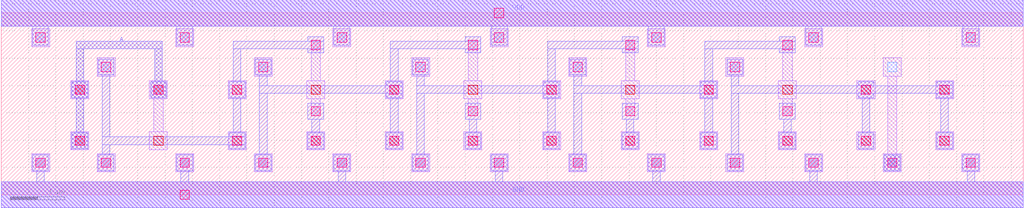
<source format=lef>
MACRO CLKBUF2
 CLASS CORE ;
 FOREIGN CLKBUF2 0 0 ;
 SIZE 18.72 BY 3.33 ;
 ORIGIN 0 0 ;
 SYMMETRY X Y R90 ;
 SITE unit ;
  PIN VDD
   DIRECTION INOUT ;
   USE POWER ;
   SHAPE ABUTMENT ;
    PORT
     CLASS CORE ;
       LAYER li1 ;
        RECT 0.00000000 3.09000000 18.72000000 3.57000000 ;
       LAYER met1 ;
        RECT 0.00000000 3.09000000 18.72000000 3.57000000 ;
    END
  END VDD

  PIN GND
   DIRECTION INOUT ;
   USE POWER ;
   SHAPE ABUTMENT ;
    PORT
     CLASS CORE ;
       LAYER li1 ;
        RECT 0.00000000 -0.24000000 18.72000000 0.24000000 ;
       LAYER met1 ;
        RECT 0.00000000 -0.24000000 18.72000000 0.24000000 ;
    END
  END GND

  PIN Y
   DIRECTION INOUT ;
   USE SIGNAL ;
   SHAPE ABUTMENT ;
    PORT
     CLASS CORE ;
       LAYER met1 ;
        RECT 16.17500000 0.44000000 16.46500000 0.73000000 ;
    END
  END Y

  PIN A
   DIRECTION INOUT ;
   USE SIGNAL ;
   SHAPE ABUTMENT ;
    PORT
     CLASS CORE ;
       LAYER met1 ;
        RECT 1.29500000 0.84500000 1.58500000 1.13500000 ;
        RECT 1.37000000 1.13500000 1.51000000 1.78000000 ;
        RECT 1.29500000 1.78000000 1.58500000 2.07000000 ;
        RECT 2.73500000 1.78000000 3.02500000 2.07000000 ;
        RECT 1.37000000 2.07000000 1.51000000 2.67500000 ;
        RECT 2.81000000 2.07000000 2.95000000 2.67500000 ;
        RECT 1.37000000 2.67500000 2.95000000 2.81500000 ;
    END
  END A

 OBS
    LAYER polycont ;
     RECT 1.35500000 0.90500000 1.52500000 1.07500000 ;
     RECT 2.79500000 0.90500000 2.96500000 1.07500000 ;
     RECT 4.23500000 0.90500000 4.40500000 1.07500000 ;
     RECT 5.67500000 0.90500000 5.84500000 1.07500000 ;
     RECT 7.11500000 0.90500000 7.28500000 1.07500000 ;
     RECT 8.55500000 0.90500000 8.72500000 1.07500000 ;
     RECT 9.99500000 0.90500000 10.16500000 1.07500000 ;
     RECT 11.43500000 0.90500000 11.60500000 1.07500000 ;
     RECT 12.87500000 0.90500000 13.04500000 1.07500000 ;
     RECT 14.31500000 0.90500000 14.48500000 1.07500000 ;
     RECT 15.75500000 0.90500000 15.92500000 1.07500000 ;
     RECT 17.19500000 0.90500000 17.36500000 1.07500000 ;
     RECT 1.35500000 1.84000000 1.52500000 2.01000000 ;
     RECT 2.79500000 1.84000000 2.96500000 2.01000000 ;
     RECT 4.23500000 1.84000000 4.40500000 2.01000000 ;
     RECT 5.67500000 1.84000000 5.84500000 2.01000000 ;
     RECT 7.11500000 1.84000000 7.28500000 2.01000000 ;
     RECT 8.55500000 1.84000000 8.72500000 2.01000000 ;
     RECT 9.99500000 1.84000000 10.16500000 2.01000000 ;
     RECT 11.43500000 1.84000000 11.60500000 2.01000000 ;
     RECT 12.87500000 1.84000000 13.04500000 2.01000000 ;
     RECT 14.31500000 1.84000000 14.48500000 2.01000000 ;
     RECT 15.75500000 1.84000000 15.92500000 2.01000000 ;
     RECT 17.19500000 1.84000000 17.36500000 2.01000000 ;

    LAYER pdiffc ;
     RECT 1.83500000 2.25500000 2.00500000 2.42500000 ;
     RECT 4.71500000 2.25500000 4.88500000 2.42500000 ;
     RECT 7.59500000 2.25500000 7.76500000 2.42500000 ;
     RECT 10.47500000 2.25500000 10.64500000 2.42500000 ;
     RECT 13.35500000 2.25500000 13.52500000 2.42500000 ;
     RECT 16.23500000 2.25500000 16.40500000 2.42500000 ;
     RECT 0.63500000 2.79500000 0.80500000 2.96500000 ;
     RECT 3.27500000 2.79500000 3.44500000 2.96500000 ;
     RECT 6.15500000 2.79500000 6.32500000 2.96500000 ;
     RECT 9.03500000 2.79500000 9.20500000 2.96500000 ;
     RECT 11.91500000 2.79500000 12.08500000 2.96500000 ;
     RECT 14.79500000 2.79500000 14.96500000 2.96500000 ;
     RECT 17.67500000 2.79500000 17.84500000 2.96500000 ;

    LAYER ndiffc ;
     RECT 0.63500000 0.50000000 0.80500000 0.67000000 ;
     RECT 1.83500000 0.50000000 2.00500000 0.67000000 ;
     RECT 3.27500000 0.50000000 3.44500000 0.67000000 ;
     RECT 4.71500000 0.50000000 4.88500000 0.67000000 ;
     RECT 6.15500000 0.50000000 6.32500000 0.67000000 ;
     RECT 7.59500000 0.50000000 7.76500000 0.67000000 ;
     RECT 9.03500000 0.50000000 9.20500000 0.67000000 ;
     RECT 10.47500000 0.50000000 10.64500000 0.67000000 ;
     RECT 11.91500000 0.50000000 12.08500000 0.67000000 ;
     RECT 13.35500000 0.50000000 13.52500000 0.67000000 ;
     RECT 14.79500000 0.50000000 14.96500000 0.67000000 ;
     RECT 16.23500000 0.50000000 16.40500000 0.67000000 ;
     RECT 17.67500000 0.50000000 17.84500000 0.67000000 ;

    LAYER li1 ;
     RECT 0.00000000 -0.24000000 18.72000000 0.24000000 ;
     RECT 0.55500000 0.42000000 0.88500000 0.75000000 ;
     RECT 1.75500000 0.42000000 2.08500000 0.75000000 ;
     RECT 3.19500000 0.42000000 3.52500000 0.75000000 ;
     RECT 4.63500000 0.42000000 4.96500000 0.75000000 ;
     RECT 6.07500000 0.42000000 6.40500000 0.75000000 ;
     RECT 7.51500000 0.42000000 7.84500000 0.75000000 ;
     RECT 8.95500000 0.42000000 9.28500000 0.75000000 ;
     RECT 10.39500000 0.42000000 10.72500000 0.75000000 ;
     RECT 11.83500000 0.42000000 12.16500000 0.75000000 ;
     RECT 13.27500000 0.42000000 13.60500000 0.75000000 ;
     RECT 14.71500000 0.42000000 15.04500000 0.75000000 ;
     RECT 17.59500000 0.42000000 17.92500000 0.75000000 ;
     RECT 1.27500000 0.82500000 1.60500000 1.15500000 ;
     RECT 4.15500000 0.82500000 4.48500000 1.15500000 ;
     RECT 5.59500000 0.82500000 5.92500000 1.15500000 ;
     RECT 7.03500000 0.82500000 7.36500000 1.15500000 ;
     RECT 8.47500000 0.82500000 8.80500000 1.15500000 ;
     RECT 9.91500000 0.82500000 10.24500000 1.15500000 ;
     RECT 11.35500000 0.82500000 11.68500000 1.15500000 ;
     RECT 12.79500000 0.82500000 13.12500000 1.15500000 ;
     RECT 14.23500000 0.82500000 14.56500000 1.15500000 ;
     RECT 15.67500000 0.82500000 16.00500000 1.15500000 ;
     RECT 17.11500000 0.82500000 17.44500000 1.15500000 ;
     RECT 1.27500000 1.76000000 1.60500000 2.09000000 ;
     RECT 2.71500000 0.82500000 3.04500000 1.15500000 ;
     RECT 2.79500000 1.15500000 2.96500000 1.76000000 ;
     RECT 2.71500000 1.76000000 3.04500000 2.09000000 ;
     RECT 4.15500000 1.76000000 4.48500000 2.09000000 ;
     RECT 7.03500000 1.76000000 7.36500000 2.09000000 ;
     RECT 9.91500000 1.76000000 10.24500000 2.09000000 ;
     RECT 12.79500000 1.76000000 13.12500000 2.09000000 ;
     RECT 15.67500000 1.76000000 16.00500000 2.09000000 ;
     RECT 17.11500000 1.76000000 17.44500000 2.09000000 ;
     RECT 1.75500000 2.17500000 2.08500000 2.50500000 ;
     RECT 4.63500000 2.17500000 4.96500000 2.50500000 ;
     RECT 7.51500000 2.17500000 7.84500000 2.50500000 ;
     RECT 10.39500000 2.17500000 10.72500000 2.50500000 ;
     RECT 13.27500000 2.17500000 13.60500000 2.50500000 ;
     RECT 16.15500000 0.42000000 16.48500000 0.75000000 ;
     RECT 16.23500000 0.75000000 16.40500000 2.17500000 ;
     RECT 16.15500000 2.17500000 16.48500000 2.50500000 ;
     RECT 5.67500000 1.44500000 5.84500000 1.76000000 ;
     RECT 5.59500000 1.76000000 5.92500000 2.09000000 ;
     RECT 5.67500000 2.09000000 5.84500000 2.83000000 ;
     RECT 8.55500000 1.44500000 8.72500000 1.76000000 ;
     RECT 8.47500000 1.76000000 8.80500000 2.09000000 ;
     RECT 8.55500000 2.09000000 8.72500000 2.83000000 ;
     RECT 11.43500000 1.44500000 11.60500000 1.76000000 ;
     RECT 11.35500000 1.76000000 11.68500000 2.09000000 ;
     RECT 11.43500000 2.09000000 11.60500000 2.83000000 ;
     RECT 14.31500000 1.44500000 14.48500000 1.76000000 ;
     RECT 14.23500000 1.76000000 14.56500000 2.09000000 ;
     RECT 14.31500000 2.09000000 14.48500000 2.83000000 ;
     RECT 0.55500000 2.71500000 0.88500000 3.04500000 ;
     RECT 3.19500000 2.71500000 3.52500000 3.04500000 ;
     RECT 6.07500000 2.71500000 6.40500000 3.04500000 ;
     RECT 8.95500000 2.71500000 9.28500000 3.04500000 ;
     RECT 11.83500000 2.71500000 12.16500000 3.04500000 ;
     RECT 14.71500000 2.71500000 15.04500000 3.04500000 ;
     RECT 17.59500000 2.71500000 17.92500000 3.04500000 ;
     RECT 0.00000000 3.09000000 18.72000000 3.57000000 ;

    LAYER viali ;
     RECT 3.27500000 -0.08500000 3.44500000 0.08500000 ;
     RECT 0.63500000 0.50000000 0.80500000 0.67000000 ;
     RECT 1.83500000 0.50000000 2.00500000 0.67000000 ;
     RECT 3.27500000 0.50000000 3.44500000 0.67000000 ;
     RECT 4.71500000 0.50000000 4.88500000 0.67000000 ;
     RECT 6.15500000 0.50000000 6.32500000 0.67000000 ;
     RECT 7.59500000 0.50000000 7.76500000 0.67000000 ;
     RECT 9.03500000 0.50000000 9.20500000 0.67000000 ;
     RECT 10.47500000 0.50000000 10.64500000 0.67000000 ;
     RECT 11.91500000 0.50000000 12.08500000 0.67000000 ;
     RECT 13.35500000 0.50000000 13.52500000 0.67000000 ;
     RECT 14.79500000 0.50000000 14.96500000 0.67000000 ;
     RECT 16.23500000 0.50000000 16.40500000 0.67000000 ;
     RECT 17.67500000 0.50000000 17.84500000 0.67000000 ;
     RECT 1.35500000 0.90500000 1.52500000 1.07500000 ;
     RECT 4.23500000 0.90500000 4.40500000 1.07500000 ;
     RECT 5.67500000 0.90500000 5.84500000 1.07500000 ;
     RECT 7.11500000 0.90500000 7.28500000 1.07500000 ;
     RECT 8.55500000 0.90500000 8.72500000 1.07500000 ;
     RECT 9.99500000 0.90500000 10.16500000 1.07500000 ;
     RECT 11.43500000 0.90500000 11.60500000 1.07500000 ;
     RECT 12.87500000 0.90500000 13.04500000 1.07500000 ;
     RECT 14.31500000 0.90500000 14.48500000 1.07500000 ;
     RECT 15.75500000 0.90500000 15.92500000 1.07500000 ;
     RECT 17.19500000 0.90500000 17.36500000 1.07500000 ;
     RECT 5.67500000 1.44500000 5.84500000 1.61500000 ;
     RECT 8.55500000 1.44500000 8.72500000 1.61500000 ;
     RECT 11.43500000 1.44500000 11.60500000 1.61500000 ;
     RECT 14.31500000 1.44500000 14.48500000 1.61500000 ;
     RECT 1.35500000 1.84000000 1.52500000 2.01000000 ;
     RECT 2.79500000 1.84000000 2.96500000 2.01000000 ;
     RECT 4.23500000 1.84000000 4.40500000 2.01000000 ;
     RECT 7.11500000 1.84000000 7.28500000 2.01000000 ;
     RECT 9.99500000 1.84000000 10.16500000 2.01000000 ;
     RECT 12.87500000 1.84000000 13.04500000 2.01000000 ;
     RECT 15.75500000 1.84000000 15.92500000 2.01000000 ;
     RECT 17.19500000 1.84000000 17.36500000 2.01000000 ;
     RECT 1.83500000 2.25500000 2.00500000 2.42500000 ;
     RECT 4.71500000 2.25500000 4.88500000 2.42500000 ;
     RECT 7.59500000 2.25500000 7.76500000 2.42500000 ;
     RECT 10.47500000 2.25500000 10.64500000 2.42500000 ;
     RECT 13.35500000 2.25500000 13.52500000 2.42500000 ;
     RECT 5.67500000 2.66000000 5.84500000 2.83000000 ;
     RECT 8.55500000 2.66000000 8.72500000 2.83000000 ;
     RECT 11.43500000 2.66000000 11.60500000 2.83000000 ;
     RECT 14.31500000 2.66000000 14.48500000 2.83000000 ;
     RECT 0.63500000 2.79500000 0.80500000 2.96500000 ;
     RECT 3.27500000 2.79500000 3.44500000 2.96500000 ;
     RECT 6.15500000 2.79500000 6.32500000 2.96500000 ;
     RECT 9.03500000 2.79500000 9.20500000 2.96500000 ;
     RECT 11.91500000 2.79500000 12.08500000 2.96500000 ;
     RECT 14.79500000 2.79500000 14.96500000 2.96500000 ;
     RECT 17.67500000 2.79500000 17.84500000 2.96500000 ;
     RECT 9.03500000 3.24500000 9.20500000 3.41500000 ;

    LAYER met1 ;
     RECT 16.17500000 0.44000000 16.46500000 0.73000000 ;
     RECT 0.00000000 -0.24000000 18.72000000 0.24000000 ;
     RECT 0.65000000 0.24000000 0.79000000 0.44000000 ;
     RECT 3.29000000 0.24000000 3.43000000 0.44000000 ;
     RECT 6.17000000 0.24000000 6.31000000 0.44000000 ;
     RECT 9.05000000 0.24000000 9.19000000 0.44000000 ;
     RECT 11.93000000 0.24000000 12.07000000 0.44000000 ;
     RECT 14.81000000 0.24000000 14.95000000 0.44000000 ;
     RECT 17.69000000 0.24000000 17.83000000 0.44000000 ;
     RECT 0.57500000 0.44000000 0.86500000 0.73000000 ;
     RECT 3.21500000 0.44000000 3.50500000 0.73000000 ;
     RECT 6.09500000 0.44000000 6.38500000 0.73000000 ;
     RECT 8.97500000 0.44000000 9.26500000 0.73000000 ;
     RECT 11.85500000 0.44000000 12.14500000 0.73000000 ;
     RECT 14.73500000 0.44000000 15.02500000 0.73000000 ;
     RECT 17.61500000 0.44000000 17.90500000 0.73000000 ;
     RECT 5.61500000 0.84500000 5.90500000 1.13500000 ;
     RECT 5.69000000 1.13500000 5.83000000 1.38500000 ;
     RECT 5.61500000 1.38500000 5.90500000 1.67500000 ;
     RECT 8.49500000 0.84500000 8.78500000 1.13500000 ;
     RECT 8.57000000 1.13500000 8.71000000 1.38500000 ;
     RECT 8.49500000 1.38500000 8.78500000 1.67500000 ;
     RECT 11.37500000 0.84500000 11.66500000 1.13500000 ;
     RECT 11.45000000 1.13500000 11.59000000 1.38500000 ;
     RECT 11.37500000 1.38500000 11.66500000 1.67500000 ;
     RECT 14.25500000 0.84500000 14.54500000 1.13500000 ;
     RECT 14.33000000 1.13500000 14.47000000 1.38500000 ;
     RECT 14.25500000 1.38500000 14.54500000 1.67500000 ;
     RECT 13.29500000 0.44000000 13.58500000 0.73000000 ;
     RECT 15.69500000 0.84500000 15.98500000 1.13500000 ;
     RECT 17.13500000 0.84500000 17.42500000 1.13500000 ;
     RECT 15.77000000 1.13500000 15.91000000 1.78000000 ;
     RECT 17.21000000 1.13500000 17.35000000 1.78000000 ;
     RECT 13.37000000 0.73000000 13.51000000 1.85500000 ;
     RECT 15.69500000 1.78000000 15.98500000 1.85500000 ;
     RECT 17.13500000 1.78000000 17.42500000 1.85500000 ;
     RECT 13.37000000 1.85500000 17.42500000 1.99500000 ;
     RECT 15.69500000 1.99500000 15.98500000 2.07000000 ;
     RECT 17.13500000 1.99500000 17.42500000 2.07000000 ;
     RECT 13.37000000 1.99500000 13.51000000 2.19500000 ;
     RECT 13.29500000 2.19500000 13.58500000 2.48500000 ;
     RECT 1.29500000 0.84500000 1.58500000 1.13500000 ;
     RECT 1.37000000 1.13500000 1.51000000 1.78000000 ;
     RECT 1.29500000 1.78000000 1.58500000 2.07000000 ;
     RECT 2.73500000 1.78000000 3.02500000 2.07000000 ;
     RECT 1.37000000 2.07000000 1.51000000 2.67500000 ;
     RECT 2.81000000 2.07000000 2.95000000 2.67500000 ;
     RECT 1.37000000 2.67500000 2.95000000 2.81500000 ;
     RECT 1.77500000 0.44000000 2.06500000 0.73000000 ;
     RECT 1.85000000 0.73000000 1.99000000 0.92000000 ;
     RECT 4.17500000 0.84500000 4.46500000 0.92000000 ;
     RECT 1.85000000 0.92000000 4.46500000 1.06000000 ;
     RECT 4.17500000 1.06000000 4.46500000 1.13500000 ;
     RECT 4.25000000 1.13500000 4.39000000 1.78000000 ;
     RECT 4.17500000 1.78000000 4.46500000 2.07000000 ;
     RECT 1.85000000 1.06000000 1.99000000 2.19500000 ;
     RECT 1.77500000 2.19500000 2.06500000 2.48500000 ;
     RECT 4.25000000 2.07000000 4.39000000 2.67500000 ;
     RECT 5.61500000 2.60000000 5.90500000 2.67500000 ;
     RECT 4.25000000 2.67500000 5.90500000 2.81500000 ;
     RECT 5.61500000 2.81500000 5.90500000 2.89000000 ;
     RECT 4.65500000 0.44000000 4.94500000 0.73000000 ;
     RECT 7.05500000 0.84500000 7.34500000 1.13500000 ;
     RECT 7.13000000 1.13500000 7.27000000 1.78000000 ;
     RECT 4.73000000 0.73000000 4.87000000 1.85500000 ;
     RECT 7.05500000 1.78000000 7.34500000 1.85500000 ;
     RECT 4.73000000 1.85500000 7.34500000 1.99500000 ;
     RECT 7.05500000 1.99500000 7.34500000 2.07000000 ;
     RECT 4.73000000 1.99500000 4.87000000 2.19500000 ;
     RECT 4.65500000 2.19500000 4.94500000 2.48500000 ;
     RECT 7.13000000 2.07000000 7.27000000 2.67500000 ;
     RECT 8.49500000 2.60000000 8.78500000 2.67500000 ;
     RECT 7.13000000 2.67500000 8.78500000 2.81500000 ;
     RECT 8.49500000 2.81500000 8.78500000 2.89000000 ;
     RECT 7.53500000 0.44000000 7.82500000 0.73000000 ;
     RECT 9.93500000 0.84500000 10.22500000 1.13500000 ;
     RECT 10.01000000 1.13500000 10.15000000 1.78000000 ;
     RECT 7.61000000 0.73000000 7.75000000 1.85500000 ;
     RECT 9.93500000 1.78000000 10.22500000 1.85500000 ;
     RECT 7.61000000 1.85500000 10.22500000 1.99500000 ;
     RECT 9.93500000 1.99500000 10.22500000 2.07000000 ;
     RECT 7.61000000 1.99500000 7.75000000 2.19500000 ;
     RECT 7.53500000 2.19500000 7.82500000 2.48500000 ;
     RECT 10.01000000 2.07000000 10.15000000 2.67500000 ;
     RECT 11.37500000 2.60000000 11.66500000 2.67500000 ;
     RECT 10.01000000 2.67500000 11.66500000 2.81500000 ;
     RECT 11.37500000 2.81500000 11.66500000 2.89000000 ;
     RECT 10.41500000 0.44000000 10.70500000 0.73000000 ;
     RECT 12.81500000 0.84500000 13.10500000 1.13500000 ;
     RECT 12.89000000 1.13500000 13.03000000 1.78000000 ;
     RECT 10.49000000 0.73000000 10.63000000 1.85500000 ;
     RECT 12.81500000 1.78000000 13.10500000 1.85500000 ;
     RECT 10.49000000 1.85500000 13.10500000 1.99500000 ;
     RECT 12.81500000 1.99500000 13.10500000 2.07000000 ;
     RECT 10.49000000 1.99500000 10.63000000 2.19500000 ;
     RECT 10.41500000 2.19500000 10.70500000 2.48500000 ;
     RECT 12.89000000 2.07000000 13.03000000 2.67500000 ;
     RECT 14.25500000 2.60000000 14.54500000 2.67500000 ;
     RECT 12.89000000 2.67500000 14.54500000 2.81500000 ;
     RECT 14.25500000 2.81500000 14.54500000 2.89000000 ;
     RECT 0.57500000 2.73500000 0.86500000 3.09000000 ;
     RECT 3.21500000 2.73500000 3.50500000 3.09000000 ;
     RECT 6.09500000 2.73500000 6.38500000 3.09000000 ;
     RECT 8.97500000 2.73500000 9.26500000 3.09000000 ;
     RECT 11.85500000 2.73500000 12.14500000 3.09000000 ;
     RECT 14.73500000 2.73500000 15.02500000 3.09000000 ;
     RECT 17.61500000 2.73500000 17.90500000 3.09000000 ;
     RECT 0.00000000 3.09000000 18.72000000 3.57000000 ;

 END
END CLKBUF2

</source>
